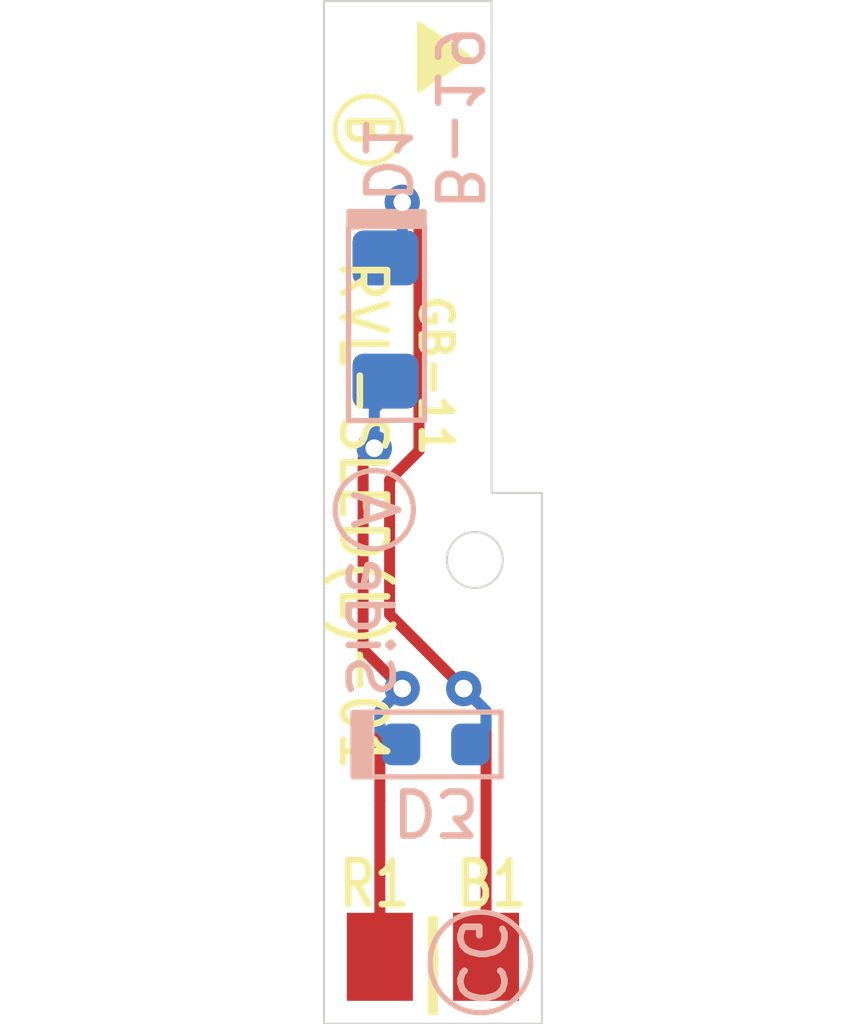
<source format=kicad_pcb>
(kicad_pcb (version 20171130) (host pcbnew "(5.1.2)-1")

  (general
    (thickness 1.6)
    (drawings 19)
    (tracks 33)
    (zones 0)
    (modules 4)
    (nets 3)
  )

  (page User 102.006 102.006)
  (title_block
    (title "RVL-SLED(L)")
    (date 2020-01-24)
    (rev 01)
  )

  (layers
    (0 F.Cu signal)
    (31 B.Cu signal)
    (32 B.Adhes user)
    (33 F.Adhes user)
    (34 B.Paste user)
    (35 F.Paste user)
    (36 B.SilkS user)
    (37 F.SilkS user)
    (38 B.Mask user)
    (39 F.Mask user)
    (40 Dwgs.User user)
    (41 Cmts.User user)
    (42 Eco1.User user)
    (43 Eco2.User user)
    (44 Edge.Cuts user)
    (45 Margin user)
    (46 B.CrtYd user)
    (47 F.CrtYd user)
    (48 B.Fab user)
    (49 F.Fab user)
  )

  (setup
    (last_trace_width 0.25)
    (trace_clearance 0.2)
    (zone_clearance 0.508)
    (zone_45_only no)
    (trace_min 0.2)
    (via_size 0.8)
    (via_drill 0.4)
    (via_min_size 0.4)
    (via_min_drill 0.3)
    (uvia_size 0.3)
    (uvia_drill 0.1)
    (uvias_allowed no)
    (uvia_min_size 0.2)
    (uvia_min_drill 0.1)
    (edge_width 0.05)
    (segment_width 0.2)
    (pcb_text_width 0.3)
    (pcb_text_size 1.5 1.5)
    (mod_edge_width 0.12)
    (mod_text_size 1 1)
    (mod_text_width 0.15)
    (pad_size 1.5 2)
    (pad_drill 0)
    (pad_to_mask_clearance 0.051)
    (solder_mask_min_width 0.25)
    (aux_axis_origin 0 0)
    (visible_elements 7FFFFFFF)
    (pcbplotparams
      (layerselection 0x010fc_ffffffff)
      (usegerberextensions false)
      (usegerberattributes false)
      (usegerberadvancedattributes false)
      (creategerberjobfile false)
      (excludeedgelayer true)
      (linewidth 0.100000)
      (plotframeref false)
      (viasonmask false)
      (mode 1)
      (useauxorigin false)
      (hpglpennumber 1)
      (hpglpenspeed 20)
      (hpglpendiameter 15.000000)
      (psnegative false)
      (psa4output false)
      (plotreference true)
      (plotvalue true)
      (plotinvisibletext false)
      (padsonsilk false)
      (subtractmaskfromsilk false)
      (outputformat 1)
      (mirror false)
      (drillshape 1)
      (scaleselection 1)
      (outputdirectory ""))
  )

  (net 0 "")
  (net 1 "Net-(B1-Pad1)")
  (net 2 "Net-(D1-Pad1)")

  (net_class Default "Dies ist die voreingestellte Netzklasse."
    (clearance 0.2)
    (trace_width 0.25)
    (via_dia 0.8)
    (via_drill 0.4)
    (uvia_dia 0.3)
    (uvia_drill 0.1)
    (add_net "Net-(B1-Pad1)")
    (add_net "Net-(D1-Pad1)")
  )

  (module LED_SMD:LED_1206_3216Metric (layer B.Cu) (tedit 5E2B3119) (tstamp 5E2B3C1D)
    (at 45.72 31.62 90)
    (descr "LED SMD 1206 (3216 Metric), square (rectangular) end terminal, IPC_7351 nominal, (Body size source: http://www.tortai-tech.com/upload/download/2011102023233369053.pdf), generated with kicad-footprint-generator")
    (tags diode)
    (path /5E2AF667)
    (attr smd)
    (fp_text reference D1 (at 3.6322 0.0127 270 unlocked) (layer B.SilkS)
      (effects (font (size 1 1) (thickness 0.15)) (justify mirror))
    )
    (fp_text value LED (at 0 -1.82 90) (layer B.Fab)
      (effects (font (size 1 1) (thickness 0.15)) (justify mirror))
    )
    (fp_line (start -1.2 0.8) (end -1.6 0.4) (layer B.Fab) (width 0.1))
    (fp_line (start -1.6 0.4) (end -1.6 -0.8) (layer B.Fab) (width 0.1))
    (fp_line (start 1.6 -0.8) (end 1.6 0.8) (layer B.Fab) (width 0.1))
    (fp_line (start 2.1209 0.889) (end -2.286 0.889) (layer B.SilkS) (width 0.12))
    (fp_line (start -2.285 0.889) (end -2.2987 -0.8382) (layer B.SilkS) (width 0.12))
    (fp_line (start -2.2987 -0.8382) (end 2.0955 -0.8382) (layer B.SilkS) (width 0.12))
    (fp_text user %R (at 0 0 90) (layer B.Fab)
      (effects (font (size 0.8 0.8) (thickness 0.12)) (justify mirror))
    )
    (fp_poly (pts (xy 2.1082 0.889) (xy 2.0955 -0.8382) (xy 2.4638 -0.8382) (xy 2.4638 0.889)) (layer B.SilkS) (width 0.1))
    (pad 1 smd roundrect (at -1.4 0 90) (size 1.25 1.5) (layers B.Cu B.Paste B.Mask) (roundrect_rratio 0.2)
      (net 2 "Net-(D1-Pad1)"))
    (pad 2 smd roundrect (at 1.4 0 90) (size 1.25 1.5) (layers B.Cu B.Paste B.Mask) (roundrect_rratio 0.2)
      (net 1 "Net-(B1-Pad1)"))
    (model ${KISYS3DMOD}/LED_SMD.3dshapes/LED_1206_3216Metric.wrl
      (at (xyz 0 0 0))
      (scale (xyz 1 1 1))
      (rotate (xyz 0 0 0))
    )
  )

  (module Diode_SMD:D_0603_1608Metric (layer B.Cu) (tedit 5E2B304E) (tstamp 5E2B3903)
    (at 46.863 41.275 180)
    (descr "Diode SMD 0603 (1608 Metric), square (rectangular) end terminal, IPC_7351 nominal, (Body size source: http://www.tortai-tech.com/upload/download/2011102023233369053.pdf), generated with kicad-footprint-generator")
    (tags diode)
    (path /5E2AFDF7)
    (attr smd)
    (fp_text reference D3 (at 0 -1.524 180 unlocked) (layer B.SilkS)
      (effects (font (size 1 1) (thickness 0.15)) (justify mirror))
    )
    (fp_text value D (at 0 -1.43) (layer B.Fab)
      (effects (font (size 1 1) (thickness 0.15)) (justify mirror))
    )
    (fp_line (start 0.8 0.4) (end -0.5 0.4) (layer B.Fab) (width 0.1))
    (fp_line (start -0.5 0.4) (end -0.8 0.1) (layer B.Fab) (width 0.1))
    (fp_line (start -0.8 0.1) (end -0.8 -0.4) (layer B.Fab) (width 0.1))
    (fp_line (start -0.8 -0.4) (end 0.8 -0.4) (layer B.Fab) (width 0.1))
    (fp_line (start 0.8 -0.4) (end 0.8 0.4) (layer B.Fab) (width 0.1))
    (fp_line (start 1.4732 0.735) (end -1.485 0.735) (layer B.SilkS) (width 0.12))
    (fp_line (start -1.485 0.735) (end -1.485 -0.735) (layer B.SilkS) (width 0.12))
    (fp_line (start -1.485 -0.735) (end 1.4859 -0.7366) (layer B.SilkS) (width 0.12))
    (fp_line (start -1.48 -0.73) (end -1.48 0.73) (layer B.CrtYd) (width 0.05))
    (fp_line (start -1.48 0.73) (end 1.48 0.73) (layer B.CrtYd) (width 0.05))
    (fp_line (start 1.48 0.73) (end 1.48 -0.73) (layer B.CrtYd) (width 0.05))
    (fp_line (start 1.48 -0.73) (end -1.48 -0.73) (layer B.CrtYd) (width 0.05))
    (fp_text user %R (at 0 0) (layer B.Fab)
      (effects (font (size 0.4 0.4) (thickness 0.06)) (justify mirror))
    )
    (fp_poly (pts (xy 1.4732 -0.7366) (xy 1.4732 0.735) (xy 1.8796 0.7239) (xy 1.8796 -0.7366)) (layer B.SilkS) (width 0.12))
    (pad 1 smd roundrect (at -0.7875 0 180) (size 0.875 0.95) (layers B.Cu B.Paste B.Mask) (roundrect_rratio 0.25)
      (net 1 "Net-(B1-Pad1)"))
    (pad 2 smd roundrect (at 0.7875 0 180) (size 0.875 0.95) (layers B.Cu B.Paste B.Mask) (roundrect_rratio 0.25)
      (net 2 "Net-(D1-Pad1)"))
    (model ${KISYS3DMOD}/Diode_SMD.3dshapes/D_0603_1608Metric.wrl
      (at (xyz 0 0 0))
      (scale (xyz 1 1 1))
      (rotate (xyz 0 0 0))
    )
  )

  (module TestPoint:TestPoint_Pad_1.5x1.5mm (layer F.Cu) (tedit 5E2B2FCB) (tstamp 5E2B3DA2)
    (at 48.006 46.101)
    (descr "SMD rectangular pad as test Point, square 1.5mm side length")
    (tags "test point SMD pad rectangle square")
    (path /5E2BE82A)
    (attr virtual)
    (fp_text reference B1 (at 0.127 -1.651) (layer F.SilkS)
      (effects (font (size 1 0.8) (thickness 0.15)))
    )
    (fp_text value TestPoint (at 5.08 0.127) (layer F.Fab)
      (effects (font (size 1 1) (thickness 0.15)))
    )
    (fp_text user %R (at 0 -1.65) (layer F.Fab)
      (effects (font (size 1 1) (thickness 0.15)))
    )
    (fp_line (start -1.25 -1.25) (end 1.25 -1.25) (layer F.CrtYd) (width 0.05))
    (fp_line (start -1.25 -1.25) (end -1.25 1.25) (layer F.CrtYd) (width 0.05))
    (fp_line (start 1.25 1.25) (end 1.25 -1.25) (layer F.CrtYd) (width 0.05))
    (fp_line (start 1.25 1.25) (end -1.25 1.25) (layer F.CrtYd) (width 0.05))
    (pad 1 smd rect (at 0 0) (size 1.5 2) (layers F.Cu F.Mask)
      (net 1 "Net-(B1-Pad1)"))
  )

  (module TestPoint:TestPoint_Pad_1.5x1.5mm (layer F.Cu) (tedit 5E2B2F9D) (tstamp 5E2B338A)
    (at 45.593 46.101)
    (descr "SMD rectangular pad as test Point, square 1.5mm side length")
    (tags "test point SMD pad rectangle square")
    (path /5E2BEAB3)
    (attr virtual)
    (fp_text reference R1 (at -0.127 -1.651) (layer F.SilkS)
      (effects (font (size 1 0.8) (thickness 0.15)))
    )
    (fp_text value TestPoint (at -5.08 0) (layer F.Fab)
      (effects (font (size 1 1) (thickness 0.15)))
    )
    (fp_line (start 1.25 1.25) (end -1.25 1.25) (layer F.CrtYd) (width 0.05))
    (fp_line (start 1.25 1.25) (end 1.25 -1.25) (layer F.CrtYd) (width 0.05))
    (fp_line (start -1.25 -1.25) (end -1.25 1.25) (layer F.CrtYd) (width 0.05))
    (fp_line (start -1.25 -1.25) (end 1.25 -1.25) (layer F.CrtYd) (width 0.05))
    (fp_text user %R (at 0 -1.65) (layer F.Fab)
      (effects (font (size 1 1) (thickness 0.15)))
    )
    (pad 1 smd rect (at 0 0) (size 1.5 2) (layers F.Cu F.Mask)
      (net 2 "Net-(D1-Pad1)"))
  )

  (gr_circle (center 45.466 35.941) (end 45.466 35.052) (layer B.SilkS) (width 0.12))
  (gr_text A (at 45.466 35.941 270) (layer B.SilkS)
    (effects (font (size 1 1) (thickness 0.15)) (justify mirror))
  )
  (gr_text Side (at 45.339 38.608 270) (layer B.SilkS)
    (effects (font (size 1 1) (thickness 0.15)) (justify mirror))
  )
  (gr_text CG (at 47.879 46.228 270) (layer B.SilkS)
    (effects (font (size 1 1) (thickness 0.15)) (justify mirror))
  )
  (gr_circle (center 47.879 46.228) (end 47.879 45.085) (layer B.SilkS) (width 0.12))
  (gr_text B-19 (at 47.371 27.051 270) (layer B.SilkS)
    (effects (font (size 1 1) (thickness 0.15)) (justify mirror))
  )
  (gr_circle (center 45.339 27.305) (end 45.339 26.543) (layer F.SilkS) (width 0.12))
  (gr_text B (at 45.339 27.305 270) (layer F.SilkS)
    (effects (font (size 1 0.7) (thickness 0.15)))
  )
  (gr_poly (pts (xy 46.736 45.212) (xy 46.863 45.212) (xy 46.863 47.371) (xy 46.736 47.371)) (layer F.SilkS) (width 0.1))
  (gr_circle (center 47.752 37.084) (end 47.752 36.449) (layer Edge.Cuts) (width 0.05))
  (gr_poly (pts (xy 46.482 24.892) (xy 46.482 26.416) (xy 47.625 25.654)) (layer F.SilkS) (width 0.1))
  (gr_text GB-11 (at 46.863 32.893 270) (layer F.SilkS) (tstamp 5E2B5D80)
    (effects (font (size 0.7 0.7) (thickness 0.15)))
  )
  (gr_text "RVL-SLED(L)-01" (at 45.212 36.068 270) (layer F.SilkS) (tstamp 5E2B5D64)
    (effects (font (size 1 0.9) (thickness 0.15)))
  )
  (gr_line (start 49.276 47.625) (end 44.323 47.625) (layer Edge.Cuts) (width 0.05) (tstamp 5E2B4420))
  (gr_line (start 49.276 35.56) (end 49.276 47.625) (layer Edge.Cuts) (width 0.05))
  (gr_line (start 48.133 35.56) (end 49.276 35.56) (layer Edge.Cuts) (width 0.05))
  (gr_line (start 48.133 24.384) (end 48.133 35.56) (layer Edge.Cuts) (width 0.05))
  (gr_line (start 44.323 24.384) (end 48.133 24.384) (layer Edge.Cuts) (width 0.05))
  (gr_line (start 44.323 47.625) (end 44.323 24.384) (layer Edge.Cuts) (width 0.05))

  (segment (start 47.498 40.005) (end 47.098001 39.605001) (width 0.25) (layer F.Cu) (net 1))
  (segment (start 47.098001 39.605001) (end 45.847 38.354) (width 0.25) (layer F.Cu) (net 1))
  (segment (start 45.814001 35.269001) (end 46.482 34.601002) (width 0.25) (layer F.Cu) (net 1))
  (segment (start 45.847 38.354) (end 45.814001 38.321001) (width 0.25) (layer F.Cu) (net 1))
  (segment (start 45.814001 38.321001) (end 45.814001 35.269001) (width 0.25) (layer F.Cu) (net 1))
  (via (at 46.101 28.956) (size 0.8) (drill 0.4) (layers F.Cu B.Cu) (net 1))
  (segment (start 46.482 34.601002) (end 46.482 29.337) (width 0.25) (layer F.Cu) (net 1))
  (segment (start 46.482 29.337) (end 46.101 28.956) (width 0.25) (layer F.Cu) (net 1))
  (segment (start 46.101 30.22) (end 45.974 30.347) (width 0.25) (layer B.Cu) (net 1))
  (segment (start 46.101 28.956) (end 46.101 30.22) (width 0.25) (layer B.Cu) (net 1))
  (segment (start 48.006 40.513) (end 47.498 40.005) (width 0.25) (layer F.Cu) (net 1))
  (segment (start 48.006 46.101) (end 48.006 40.513) (width 0.25) (layer F.Cu) (net 1))
  (segment (start 47.6505 41.402) (end 47.6505 41.2495) (width 0.25) (layer B.Cu) (net 1))
  (segment (start 47.6505 41.2495) (end 48.006 40.894) (width 0.25) (layer B.Cu) (net 1))
  (via (at 47.498 40.005) (size 0.8) (drill 0.4) (layers F.Cu B.Cu) (net 1))
  (segment (start 48.006 40.894) (end 48.006 40.513) (width 0.25) (layer B.Cu) (net 1))
  (segment (start 48.006 40.513) (end 47.498 40.005) (width 0.25) (layer B.Cu) (net 1))
  (segment (start 45.593 46.101) (end 45.593 45.101) (width 0.25) (layer F.Cu) (net 2))
  (segment (start 45.593 45.101) (end 45.593 42.545) (width 0.25) (layer F.Cu) (net 2))
  (via (at 46.101 40.005) (size 0.8) (drill 0.4) (layers F.Cu B.Cu) (net 2))
  (segment (start 45.593 42.545) (end 45.593 40.513) (width 0.25) (layer F.Cu) (net 2))
  (segment (start 45.593 40.513) (end 46.101 40.005) (width 0.25) (layer F.Cu) (net 2))
  (segment (start 46.101 40.005) (end 45.701001 39.605001) (width 0.25) (layer F.Cu) (net 2))
  (segment (start 45.701001 39.605001) (end 45.212 39.116) (width 0.25) (layer F.Cu) (net 2))
  (segment (start 45.212 39.116) (end 45.212 35.687) (width 0.25) (layer F.Cu) (net 2))
  (via (at 45.466 34.544) (size 0.8) (drill 0.4) (layers F.Cu B.Cu) (net 2))
  (segment (start 45.212 35.687) (end 45.212 34.798) (width 0.25) (layer F.Cu) (net 2))
  (segment (start 45.212 34.798) (end 45.466 34.544) (width 0.25) (layer F.Cu) (net 2))
  (segment (start 45.593 40.9195) (end 46.0755 41.402) (width 0.25) (layer B.Cu) (net 2))
  (segment (start 46.101 40.005) (end 45.593 40.513) (width 0.25) (layer B.Cu) (net 2))
  (segment (start 45.593 40.513) (end 45.593 40.9195) (width 0.25) (layer B.Cu) (net 2))
  (segment (start 45.466 33.655) (end 45.974 33.147) (width 0.25) (layer B.Cu) (net 2))
  (segment (start 45.466 34.544) (end 45.466 33.655) (width 0.25) (layer B.Cu) (net 2))

)

</source>
